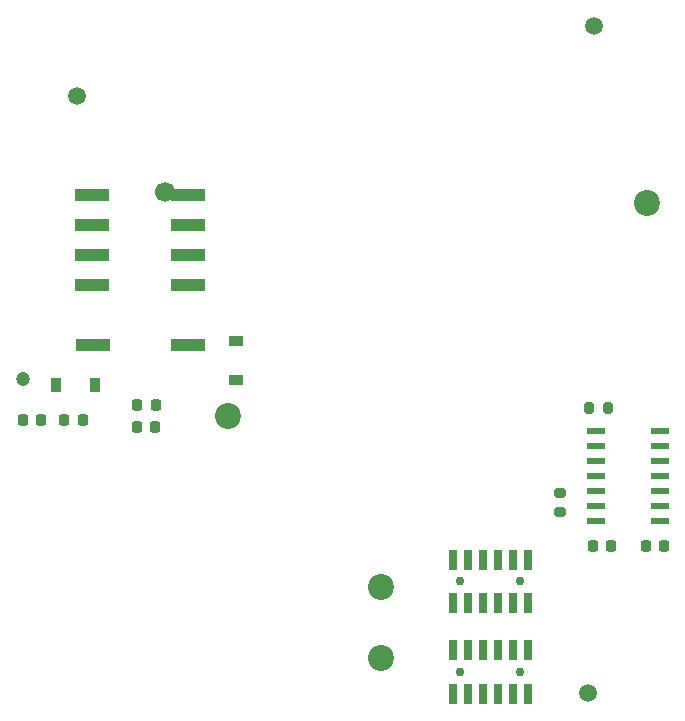
<source format=gbr>
G04 #@! TF.GenerationSoftware,KiCad,Pcbnew,8.0.8+dfsg-1*
G04 #@! TF.CreationDate,2025-03-16T16:51:27-04:00*
G04 #@! TF.ProjectId,RUST_Daughterboard,52555354-5f44-4617-9567-68746572626f,rev?*
G04 #@! TF.SameCoordinates,Original*
G04 #@! TF.FileFunction,Soldermask,Bot*
G04 #@! TF.FilePolarity,Negative*
%FSLAX46Y46*%
G04 Gerber Fmt 4.6, Leading zero omitted, Abs format (unit mm)*
G04 Created by KiCad (PCBNEW 8.0.8+dfsg-1) date 2025-03-16 16:51:27*
%MOMM*%
%LPD*%
G01*
G04 APERTURE LIST*
G04 Aperture macros list*
%AMRoundRect*
0 Rectangle with rounded corners*
0 $1 Rounding radius*
0 $2 $3 $4 $5 $6 $7 $8 $9 X,Y pos of 4 corners*
0 Add a 4 corners polygon primitive as box body*
4,1,4,$2,$3,$4,$5,$6,$7,$8,$9,$2,$3,0*
0 Add four circle primitives for the rounded corners*
1,1,$1+$1,$2,$3*
1,1,$1+$1,$4,$5*
1,1,$1+$1,$6,$7*
1,1,$1+$1,$8,$9*
0 Add four rect primitives between the rounded corners*
20,1,$1+$1,$2,$3,$4,$5,0*
20,1,$1+$1,$4,$5,$6,$7,0*
20,1,$1+$1,$6,$7,$8,$9,0*
20,1,$1+$1,$8,$9,$2,$3,0*%
G04 Aperture macros list end*
%ADD10C,2.200000*%
%ADD11C,1.200000*%
%ADD12C,1.700000*%
%ADD13RoundRect,0.218750X0.218750X0.256250X-0.218750X0.256250X-0.218750X-0.256250X0.218750X-0.256250X0*%
%ADD14C,0.760000*%
%ADD15R,0.740000X1.675000*%
%ADD16C,1.500000*%
%ADD17RoundRect,0.225000X0.225000X0.250000X-0.225000X0.250000X-0.225000X-0.250000X0.225000X-0.250000X0*%
%ADD18R,3.000000X1.110000*%
%ADD19R,0.900000X1.200000*%
%ADD20RoundRect,0.200000X0.275000X-0.200000X0.275000X0.200000X-0.275000X0.200000X-0.275000X-0.200000X0*%
%ADD21R,1.200000X0.900000*%
%ADD22RoundRect,0.200000X0.200000X0.275000X-0.200000X0.275000X-0.200000X-0.275000X0.200000X-0.275000X0*%
%ADD23RoundRect,0.225000X-0.225000X-0.250000X0.225000X-0.250000X0.225000X0.250000X-0.225000X0.250000X0*%
%ADD24R,1.500000X0.600000*%
G04 APERTURE END LIST*
D10*
X141000000Y-113500000D03*
X176500000Y-95500000D03*
X154000000Y-134000000D03*
D11*
X123690000Y-110360000D03*
D12*
X135665000Y-94555000D03*
D13*
X128712500Y-113850000D03*
X127137500Y-113850000D03*
D14*
X160660000Y-135200000D03*
X165740000Y-135200000D03*
D15*
X160025000Y-137040000D03*
X160025000Y-133360000D03*
X161295000Y-137040000D03*
X161295000Y-133360000D03*
X162565000Y-137040000D03*
X162565000Y-133360000D03*
X163835000Y-137040000D03*
X163835000Y-133360000D03*
X165105000Y-137040000D03*
X165105000Y-133360000D03*
X166375000Y-137040000D03*
X166375000Y-133360000D03*
D13*
X134862500Y-114400000D03*
X133287500Y-114400000D03*
D16*
X172000000Y-80500000D03*
D17*
X134875000Y-112550000D03*
X133325000Y-112550000D03*
D16*
X128200000Y-86400000D03*
D17*
X125200000Y-113825000D03*
X123650000Y-113825000D03*
D14*
X160660000Y-127500000D03*
X165740000Y-127500000D03*
D15*
X160025000Y-129340000D03*
X160025000Y-125660000D03*
X161295000Y-129340000D03*
X161295000Y-125660000D03*
X162565000Y-129340000D03*
X162565000Y-125660000D03*
X163835000Y-129340000D03*
X163835000Y-125660000D03*
X165105000Y-129340000D03*
X165105000Y-125660000D03*
X166375000Y-129340000D03*
X166375000Y-125660000D03*
D18*
X129614000Y-107530000D03*
X129486000Y-102450000D03*
X129486000Y-99910000D03*
X129486000Y-97370000D03*
X129486000Y-94830000D03*
X137614000Y-94830000D03*
X137614000Y-97370000D03*
X137614000Y-99910000D03*
X137614000Y-102450000D03*
X137614000Y-107530000D03*
D19*
X126450000Y-110900000D03*
X129750000Y-110900000D03*
D20*
X169150000Y-121675000D03*
X169150000Y-120025000D03*
D21*
X141700000Y-110450000D03*
X141700000Y-107150000D03*
D10*
X154000000Y-128000000D03*
D22*
X173225000Y-112850000D03*
X171575000Y-112850000D03*
D17*
X177925000Y-124500000D03*
X176375000Y-124500000D03*
D23*
X171925000Y-124550000D03*
X173475000Y-124550000D03*
D16*
X171500000Y-137000000D03*
D24*
X172150000Y-122410000D03*
X172150000Y-121140000D03*
X172150000Y-119870000D03*
X172150000Y-118600000D03*
X172150000Y-117330000D03*
X172150000Y-116060000D03*
X172150000Y-114790000D03*
X177550000Y-114790000D03*
X177550000Y-116060000D03*
X177550000Y-117330000D03*
X177550000Y-118600000D03*
X177550000Y-119870000D03*
X177550000Y-121140000D03*
X177550000Y-122410000D03*
M02*

</source>
